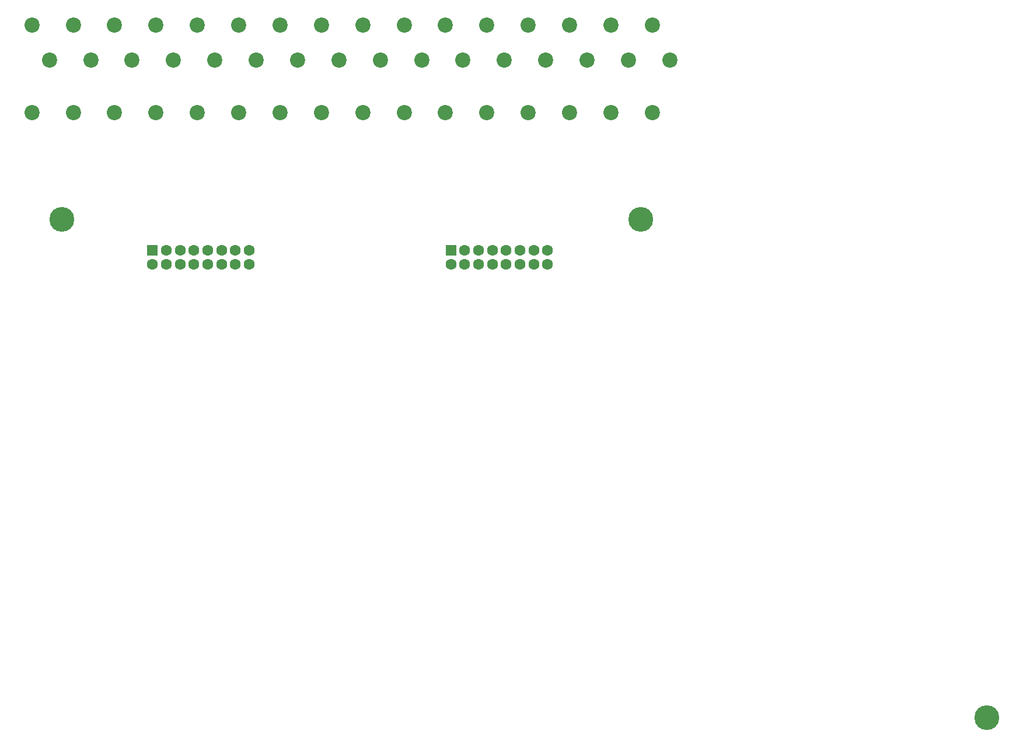
<source format=gbr>
G04 #@! TF.GenerationSoftware,KiCad,Pcbnew,(5.0.0)*
G04 #@! TF.CreationDate,2019-02-27T09:55:35+01:00*
G04 #@! TF.ProjectId,Potentiometer_mount_16LED,506F74656E74696F6D657465725F6D6F,rev?*
G04 #@! TF.SameCoordinates,Original*
G04 #@! TF.FileFunction,Soldermask,Bot*
G04 #@! TF.FilePolarity,Negative*
%FSLAX46Y46*%
G04 Gerber Fmt 4.6, Leading zero omitted, Abs format (unit mm)*
G04 Created by KiCad (PCBNEW (5.0.0)) date 02/27/19 09:55:35*
%MOMM*%
%LPD*%
G01*
G04 APERTURE LIST*
%ADD10C,2.200000*%
%ADD11C,3.600000*%
%ADD12R,1.600000X1.600000*%
%ADD13C,1.600000*%
G04 APERTURE END LIST*
D10*
G04 #@! TO.C, LED 11*
X80000000Y-60000000D03*
X82540000Y-52380000D03*
X80000000Y-47300000D03*
G04 #@! TD*
D11*
G04 #@! TO.C,*
X108300000Y-75500000D03*
G04 #@! TD*
G04 #@! TO.C,*
X24300000Y-75500000D03*
G04 #@! TD*
D10*
G04 #@! TO.C,LED 1*
X20000000Y-47300000D03*
X22540000Y-52380000D03*
X20000000Y-60000000D03*
G04 #@! TD*
G04 #@! TO.C,LED 2*
X26000000Y-60000000D03*
X28540000Y-52380000D03*
X26000000Y-47300000D03*
G04 #@! TD*
G04 #@! TO.C,LED 3*
X32000000Y-47300000D03*
X34540000Y-52380000D03*
X32000000Y-60000000D03*
G04 #@! TD*
G04 #@! TO.C,LED 4*
X38000000Y-60000000D03*
X40540000Y-52380000D03*
X38000000Y-47300000D03*
G04 #@! TD*
G04 #@! TO.C,LED 5*
X44000000Y-60000000D03*
X46540000Y-52380000D03*
X44000000Y-47300000D03*
G04 #@! TD*
G04 #@! TO.C,LED 6*
X50000000Y-47300000D03*
X52540000Y-52380000D03*
X50000000Y-60000000D03*
G04 #@! TD*
G04 #@! TO.C,LED 7*
X56000000Y-60000000D03*
X58540000Y-52380000D03*
X56000000Y-47300000D03*
G04 #@! TD*
G04 #@! TO.C,LED 8*
X62000000Y-47300000D03*
X64540000Y-52380000D03*
X62000000Y-60000000D03*
G04 #@! TD*
G04 #@! TO.C,LED 9*
X68000000Y-60000000D03*
X70540000Y-52380000D03*
X68000000Y-47300000D03*
G04 #@! TD*
G04 #@! TO.C,LED 10*
X74000000Y-47300000D03*
X76540000Y-52380000D03*
X74000000Y-60000000D03*
G04 #@! TD*
G04 #@! TO.C,LED 12*
X86000000Y-60000000D03*
X88540000Y-52380000D03*
X86000000Y-47300000D03*
G04 #@! TD*
G04 #@! TO.C,LED 13*
X92000000Y-60000000D03*
X94540000Y-52380000D03*
X92000000Y-47300000D03*
G04 #@! TD*
G04 #@! TO.C,LED 14*
X98000000Y-47300000D03*
X100540000Y-52380000D03*
X98000000Y-60000000D03*
G04 #@! TD*
G04 #@! TO.C,LED 15*
X104000000Y-60000000D03*
X106540000Y-52380000D03*
X104000000Y-47300000D03*
G04 #@! TD*
G04 #@! TO.C,LED 16*
X110000000Y-47300000D03*
X112540000Y-52380000D03*
X110000000Y-60000000D03*
G04 #@! TD*
D11*
G04 #@! TO.C,*
X158500000Y-147800000D03*
G04 #@! TD*
D12*
G04 #@! TO.C,From Stimulator*
X37500000Y-80000000D03*
D13*
X39500000Y-80000000D03*
X41500000Y-80000000D03*
X43500000Y-80000000D03*
X45500000Y-80000000D03*
X47500000Y-80000000D03*
X49500000Y-80000000D03*
X51500000Y-80000000D03*
X37500000Y-82000000D03*
X39500000Y-82000000D03*
X41500000Y-82000000D03*
X43500000Y-82000000D03*
X45500000Y-82000000D03*
X47500000Y-82000000D03*
X49500000Y-82000000D03*
X51500000Y-82000000D03*
G04 #@! TD*
G04 #@! TO.C,To LED*
X94800000Y-82000000D03*
X92800000Y-82000000D03*
X90800000Y-82000000D03*
X88800000Y-82000000D03*
X86800000Y-82000000D03*
X84800000Y-82000000D03*
X82800000Y-82000000D03*
X80800000Y-82000000D03*
X94800000Y-80000000D03*
X92800000Y-80000000D03*
X90800000Y-80000000D03*
X88800000Y-80000000D03*
X86800000Y-80000000D03*
X84800000Y-80000000D03*
X82800000Y-80000000D03*
D12*
X80800000Y-80000000D03*
G04 #@! TD*
M02*

</source>
